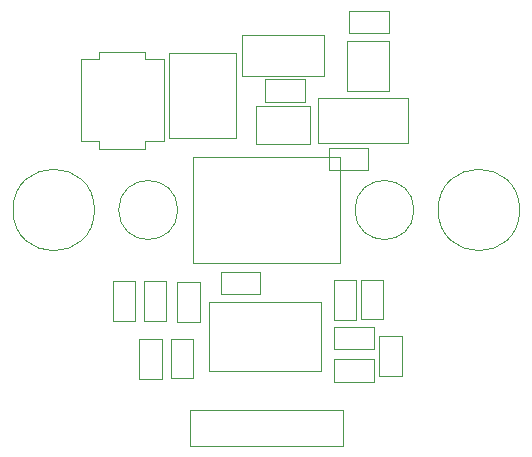
<source format=gbr>
%TF.GenerationSoftware,KiCad,Pcbnew,5.1.6+dfsg1-1*%
%TF.CreationDate,2021-04-16T09:38:54+02:00*%
%TF.ProjectId,buck_3a_v4,6275636b-5f33-4615-9f76-342e6b696361,rev?*%
%TF.SameCoordinates,Original*%
%TF.FileFunction,Other,User*%
%FSLAX46Y46*%
G04 Gerber Fmt 4.6, Leading zero omitted, Abs format (unit mm)*
G04 Created by KiCad (PCBNEW 5.1.6+dfsg1-1) date 2021-04-16 09:38:54*
%MOMM*%
%LPD*%
G01*
G04 APERTURE LIST*
%ADD10C,0.050000*%
G04 APERTURE END LIST*
D10*
%TO.C,R8*%
X39250000Y-64280000D02*
X39250000Y-60920000D01*
X41150000Y-64280000D02*
X39250000Y-64280000D01*
X41150000Y-60920000D02*
X41150000Y-64280000D01*
X39250000Y-60920000D02*
X41150000Y-60920000D01*
%TO.C,C3*%
X58642500Y-46650000D02*
X55282500Y-46650000D01*
X58642500Y-44750000D02*
X58642500Y-46650000D01*
X55282500Y-44750000D02*
X58642500Y-44750000D01*
X55282500Y-46650000D02*
X55282500Y-44750000D01*
%TO.C,C7*%
X60380000Y-35050000D02*
X57020000Y-35050000D01*
X60380000Y-33150000D02*
X60380000Y-35050000D01*
X57020000Y-33150000D02*
X60380000Y-33150000D01*
X57020000Y-35050000D02*
X57020000Y-33150000D01*
%TO.C,C1*%
X49120000Y-41220000D02*
X53680000Y-41220000D01*
X49120000Y-44380000D02*
X49120000Y-41220000D01*
X53680000Y-44380000D02*
X49120000Y-44380000D01*
X53680000Y-41220000D02*
X53680000Y-44380000D01*
%TO.C,L1*%
X41300000Y-44200000D02*
X39750000Y-44200000D01*
X39750000Y-37200000D02*
X41300000Y-37200000D01*
X39750000Y-44200000D02*
X39750000Y-44800000D01*
X39750000Y-36600000D02*
X39750000Y-37200000D01*
X34300000Y-37200000D02*
X35850000Y-37200000D01*
X35850000Y-37200000D02*
X35850000Y-36600000D01*
X35850000Y-44200000D02*
X34300000Y-44200000D01*
X35850000Y-44800000D02*
X35850000Y-44200000D01*
X39750000Y-44800000D02*
X35850000Y-44800000D01*
X41300000Y-37200000D02*
X41300000Y-44200000D01*
X35850000Y-36600000D02*
X39750000Y-36600000D01*
X34300000Y-44200000D02*
X34300000Y-37200000D01*
%TO.C,D1*%
X54900000Y-35150000D02*
X54900000Y-38650000D01*
X47900000Y-35150000D02*
X54900000Y-35150000D01*
X47900000Y-38650000D02*
X47900000Y-35150000D01*
X54900000Y-38650000D02*
X47900000Y-38650000D01*
%TO.C,C6*%
X44350000Y-59480000D02*
X42450000Y-59480000D01*
X42450000Y-59480000D02*
X42450000Y-56120000D01*
X42450000Y-56120000D02*
X44350000Y-56120000D01*
X44350000Y-56120000D02*
X44350000Y-59480000D01*
%TO.C,LED+*%
X62500000Y-50000000D02*
G75*
G03*
X62500000Y-50000000I-2500000J0D01*
G01*
%TO.C,LED-*%
X42500000Y-50000000D02*
G75*
G03*
X42500000Y-50000000I-2500000J0D01*
G01*
%TO.C,H2*%
X71450000Y-50000000D02*
G75*
G03*
X71450000Y-50000000I-3450000J0D01*
G01*
%TO.C,H1*%
X35450000Y-50000000D02*
G75*
G03*
X35450000Y-50000000I-3450000J0D01*
G01*
%TO.C,J3*%
X43750000Y-54450000D02*
X56250000Y-54450000D01*
X43750000Y-45550000D02*
X43750000Y-54450000D01*
X56250000Y-45550000D02*
X43750000Y-45550000D01*
X56250000Y-54450000D02*
X56250000Y-45550000D01*
%TO.C,J5*%
X56496000Y-69966000D02*
X56496000Y-66966000D01*
X43496000Y-69966000D02*
X56496000Y-69966000D01*
X43496000Y-66966000D02*
X43496000Y-69966000D01*
X56496000Y-66966000D02*
X43496000Y-66966000D01*
%TO.C,U2*%
X45146000Y-63666000D02*
X54646000Y-63666000D01*
X45146000Y-57766000D02*
X54646000Y-57766000D01*
X54646000Y-57766000D02*
X54646000Y-63666000D01*
X45146000Y-57766000D02*
X45146000Y-63666000D01*
%TO.C,U1*%
X56800000Y-35685000D02*
X60400000Y-35685000D01*
X56800000Y-39915000D02*
X60400000Y-39915000D01*
X60400000Y-39915000D02*
X60400000Y-35685000D01*
X56800000Y-39915000D02*
X56800000Y-35685000D01*
%TO.C,R7*%
X49480000Y-57150000D02*
X46120000Y-57150000D01*
X49480000Y-55250000D02*
X49480000Y-57150000D01*
X46120000Y-55250000D02*
X49480000Y-55250000D01*
X46120000Y-57150000D02*
X46120000Y-55250000D01*
%TO.C,R6*%
X43796000Y-60898500D02*
X43796000Y-64258500D01*
X41896000Y-60898500D02*
X43796000Y-60898500D01*
X41896000Y-64258500D02*
X41896000Y-60898500D01*
X43796000Y-64258500D02*
X41896000Y-64258500D01*
%TO.C,R5*%
X61450000Y-60657500D02*
X61450000Y-64017500D01*
X59550000Y-60657500D02*
X61450000Y-60657500D01*
X59550000Y-64017500D02*
X59550000Y-60657500D01*
X61450000Y-64017500D02*
X59550000Y-64017500D01*
%TO.C,R4*%
X38896000Y-56036000D02*
X38896000Y-59396000D01*
X36996000Y-56036000D02*
X38896000Y-56036000D01*
X36996000Y-59396000D02*
X36996000Y-56036000D01*
X38896000Y-59396000D02*
X36996000Y-59396000D01*
%TO.C,R3*%
X39646000Y-59396000D02*
X39646000Y-56036000D01*
X41546000Y-59396000D02*
X39646000Y-59396000D01*
X41546000Y-56036000D02*
X41546000Y-59396000D01*
X39646000Y-56036000D02*
X41546000Y-56036000D01*
%TO.C,R2*%
X55766000Y-59866000D02*
X59126000Y-59866000D01*
X55766000Y-61766000D02*
X55766000Y-59866000D01*
X59126000Y-61766000D02*
X55766000Y-61766000D01*
X59126000Y-59866000D02*
X59126000Y-61766000D01*
%TO.C,R1*%
X54380000Y-40480000D02*
X62020000Y-40480000D01*
X54380000Y-44320000D02*
X54380000Y-40480000D01*
X62020000Y-44320000D02*
X54380000Y-44320000D01*
X62020000Y-40480000D02*
X62020000Y-44320000D01*
%TO.C,Q1*%
X47430000Y-36720000D02*
X41770000Y-36720000D01*
X41770000Y-36720000D02*
X41770000Y-43880000D01*
X41770000Y-43880000D02*
X47430000Y-43880000D01*
X47430000Y-43880000D02*
X47430000Y-36720000D01*
%TO.C,D2*%
X59117500Y-64550000D02*
X55757500Y-64550000D01*
X59117500Y-62650000D02*
X59117500Y-64550000D01*
X55757500Y-62650000D02*
X59117500Y-62650000D01*
X55757500Y-64550000D02*
X55757500Y-62650000D01*
%TO.C,C5*%
X59896000Y-55898500D02*
X59896000Y-59258500D01*
X57996000Y-55898500D02*
X59896000Y-55898500D01*
X57996000Y-59258500D02*
X57996000Y-55898500D01*
X59896000Y-59258500D02*
X57996000Y-59258500D01*
%TO.C,C4*%
X57596000Y-55936000D02*
X57596000Y-59296000D01*
X55696000Y-55936000D02*
X57596000Y-55936000D01*
X55696000Y-59296000D02*
X55696000Y-55936000D01*
X57596000Y-59296000D02*
X55696000Y-59296000D01*
%TO.C,C2*%
X49920000Y-38950000D02*
X53280000Y-38950000D01*
X49920000Y-40850000D02*
X49920000Y-38950000D01*
X53280000Y-40850000D02*
X49920000Y-40850000D01*
X53280000Y-38950000D02*
X53280000Y-40850000D01*
%TD*%
M02*

</source>
